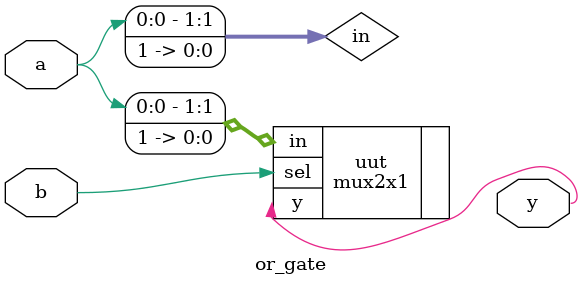
<source format=v>
`include "../muxes/mux2x1.v"
module or_gate(input a,b,
			output  y);
reg [1:0] in; 
  mux2x1 uut (
    .in(in),
    .sel(b),
    .y(y)
  );
always@(a,b)begin
in = {a,1'b1};
end
endmodule

</source>
